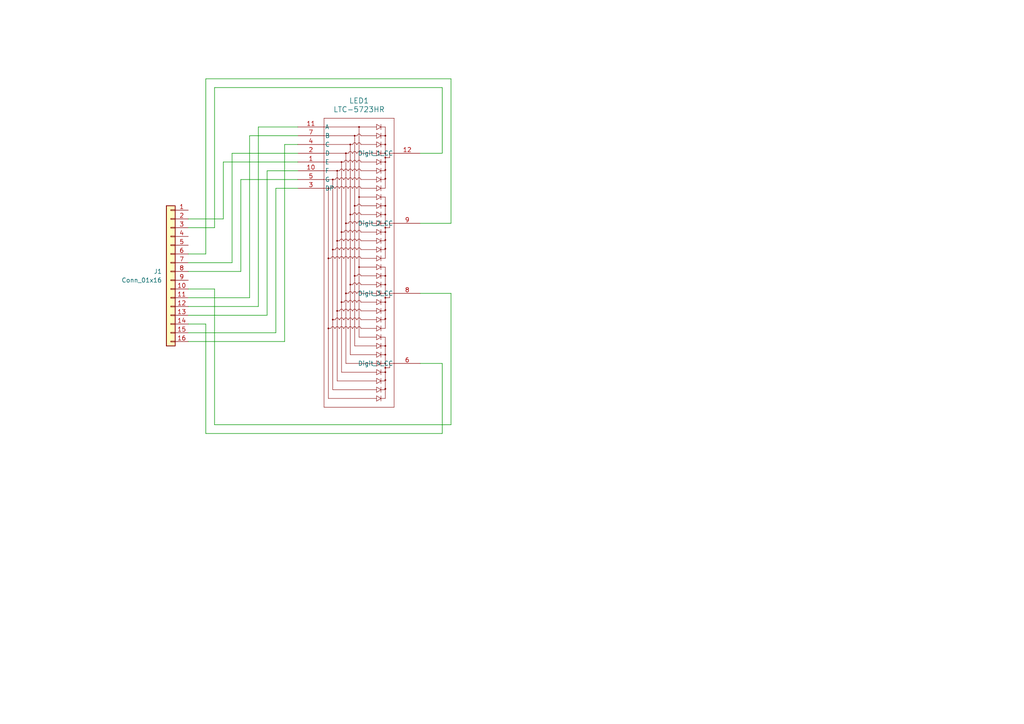
<source format=kicad_sch>
(kicad_sch (version 20231120) (generator "eeschema") (generator_version "8.0")
  (paper "A4")
  (lib_symbols
    (symbol "Connector_Generic:Conn_01x16" (pin_names (offset 1.016) hide)
      (property "Reference" "J" (at 0 20.32 0))
      (property "Value" "Conn_01x16" (at 0 -22.86 0))
      (symbol "Conn_01x16_1_1"
        (rectangle (start -1.27 -20.193) (end 0 -20.447) (stroke (width 0.1524)))
        (rectangle (start -1.27 -17.653) (end 0 -17.907) (stroke (width 0.1524)))
        (rectangle (start -1.27 -15.113) (end 0 -15.367) (stroke (width 0.1524)))
        (rectangle (start -1.27 -12.573) (end 0 -12.827) (stroke (width 0.1524)))
        (rectangle (start -1.27 -10.033) (end 0 -10.287) (stroke (width 0.1524)))
        (rectangle (start -1.27 -7.493) (end 0 -7.747) (stroke (width 0.1524)))
        (rectangle (start -1.27 -4.953) (end 0 -5.207) (stroke (width 0.1524)))
        (rectangle (start -1.27 -2.413) (end 0 -2.667) (stroke (width 0.1524)))
        (rectangle (start -1.27 0.127) (end 0 -0.127) (stroke (width 0.1524)))
        (rectangle (start -1.27 2.667) (end 0 2.413) (stroke (width 0.1524)))
        (rectangle (start -1.27 5.207) (end 0 4.953) (stroke (width 0.1524)))
        (rectangle (start -1.27 7.747) (end 0 7.493) (stroke (width 0.1524)))
        (rectangle (start -1.27 10.287) (end 0 10.033) (stroke (width 0.1524)))
        (rectangle (start -1.27 12.827) (end 0 12.573) (stroke (width 0.1524)))
        (rectangle (start -1.27 15.367) (end 0 15.113) (stroke (width 0.1524)))
        (rectangle (start -1.27 17.907) (end 0 17.653) (stroke (width 0.1524)))
        (rectangle (start -1.27 19.05) (end 1.27 -21.59) (stroke (width 0.254)) (fill (type background)))
        (pin passive line (at -5.08 17.78 0) (length 3.81) (name "Pin_1") (number "1"))
        (pin passive line (at -5.08 -5.08 0) (length 3.81) (name "Pin_10") (number "10"))
        (pin passive line (at -5.08 -7.62 0) (length 3.81) (name "Pin_11") (number "11"))
        (pin passive line (at -5.08 -10.16 0) (length 3.81) (name "Pin_12") (number "12"))
        (pin passive line (at -5.08 -12.7 0) (length 3.81) (name "Pin_13") (number "13"))
        (pin passive line (at -5.08 -15.24 0) (length 3.81) (name "Pin_14") (number "14"))
        (pin passive line (at -5.08 -17.78 0) (length 3.81) (name "Pin_15") (number "15"))
        (pin passive line (at -5.08 -20.32 0) (length 3.81) (name "Pin_16") (number "16"))
        (pin passive line (at -5.08 15.24 0) (length 3.81) (name "Pin_2") (number "2"))
        (pin passive line (at -5.08 12.7 0) (length 3.81) (name "Pin_3") (number "3"))
        (pin passive line (at -5.08 10.16 0) (length 3.81) (name "Pin_4") (number "4"))
        (pin passive line (at -5.08 7.62 0) (length 3.81) (name "Pin_5") (number "5"))
        (pin passive line (at -5.08 5.08 0) (length 3.81) (name "Pin_6") (number "6"))
        (pin passive line (at -5.08 2.54 0) (length 3.81) (name "Pin_7") (number "7"))
        (pin passive line (at -5.08 0 0) (length 3.81) (name "Pin_8") (number "8"))
        (pin passive line (at -5.08 -2.54 0) (length 3.81) (name "Pin_9") (number "9"))
      )
    )
    (symbol "gos:LTC-5723HR" (pin_names (offset 0.254))
      (property "Reference" "LED" (at 20.32 7.62 0))
      (property "Value" "LTC-5723HR" (at 20.32 5.08 0))
      (symbol "LTC-5723HR_0_1"
        (polyline (pts (xy 10.16 -81.28) (xy 30.48 -81.28)) (stroke (width 0.127)))
        (polyline (pts (xy 10.16 -17.78) (xy 12.192 -17.78)) (stroke (width 0.127)))
        (polyline (pts (xy 10.16 -15.24) (xy 13.462 -15.24)) (stroke (width 0.127)))
        (polyline (pts (xy 10.16 -10.16) (xy 16.002 -10.16)) (stroke (width 0.127)))
        (polyline (pts (xy 10.16 -7.62) (xy 17.272 -7.62)) (stroke (width 0.127)))
        (polyline (pts (xy 10.16 -2.54) (xy 19.812 -2.54)) (stroke (width 0.127)))
        (polyline (pts (xy 10.16 0) (xy 25.4 0)) (stroke (width 0.127)))
        (polyline (pts (xy 10.16 2.54) (xy 10.16 -81.28)) (stroke (width 0.127)))
        (polyline (pts (xy 11.43 -58.42) (xy 12.192 -58.42)) (stroke (width 0.127)))
        (polyline (pts (xy 11.43 -38.1) (xy 12.192 -38.1)) (stroke (width 0.127)))
        (polyline (pts (xy 11.43 -17.78) (xy 11.43 -78.74)) (stroke (width 0.127)))
        (polyline (pts (xy 12.7 -55.88) (xy 13.462 -55.88)) (stroke (width 0.127)))
        (polyline (pts (xy 12.7 -35.56) (xy 13.462 -35.56)) (stroke (width 0.127)))
        (polyline (pts (xy 12.7 -15.24) (xy 12.7 -76.2)) (stroke (width 0.127)))
        (polyline (pts (xy 13.462 -58.42) (xy 13.208 -58.42)) (stroke (width 0.127)))
        (polyline (pts (xy 13.462 -38.1) (xy 13.208 -38.1)) (stroke (width 0.127)))
        (polyline (pts (xy 13.462 -17.78) (xy 13.208 -17.78)) (stroke (width 0.127)))
        (polyline (pts (xy 13.97 -73.66) (xy 25.4 -73.66)) (stroke (width 0.127)))
        (polyline (pts (xy 13.97 -12.7) (xy 13.97 -73.66)) (stroke (width 0.127)))
        (polyline (pts (xy 14.732 -58.42) (xy 14.478 -58.42)) (stroke (width 0.127)))
        (polyline (pts (xy 14.732 -55.88) (xy 14.478 -55.88)) (stroke (width 0.127)))
        (polyline (pts (xy 14.732 -53.34) (xy 13.97 -53.34)) (stroke (width 0.127)))
        (polyline (pts (xy 14.732 -38.1) (xy 14.478 -38.1)) (stroke (width 0.127)))
        (polyline (pts (xy 14.732 -35.56) (xy 14.478 -35.56)) (stroke (width 0.127)))
        (polyline (pts (xy 14.732 -33.02) (xy 13.97 -33.02)) (stroke (width 0.127)))
        (polyline (pts (xy 14.732 -17.78) (xy 14.478 -17.78)) (stroke (width 0.127)))
        (polyline (pts (xy 14.732 -15.24) (xy 14.478 -15.24)) (stroke (width 0.127)))
        (polyline (pts (xy 14.732 -12.7) (xy 10.16 -12.7)) (stroke (width 0.127)))
        (polyline (pts (xy 15.24 -71.12) (xy 25.4 -71.12)) (stroke (width 0.127)))
        (polyline (pts (xy 15.24 -50.8) (xy 16.002 -50.8)) (stroke (width 0.127)))
        (polyline (pts (xy 15.24 -30.48) (xy 16.002 -30.48)) (stroke (width 0.127)))
        (polyline (pts (xy 15.24 -10.16) (xy 15.24 -71.12)) (stroke (width 0.127)))
        (polyline (pts (xy 16.002 -58.42) (xy 15.748 -58.42)) (stroke (width 0.127)))
        (polyline (pts (xy 16.002 -55.88) (xy 15.748 -55.88)) (stroke (width 0.127)))
        (polyline (pts (xy 16.002 -53.34) (xy 15.748 -53.34)) (stroke (width 0.127)))
        (polyline (pts (xy 16.002 -38.1) (xy 15.748 -38.1)) (stroke (width 0.127)))
        (polyline (pts (xy 16.002 -35.56) (xy 15.748 -35.56)) (stroke (width 0.127)))
        (polyline (pts (xy 16.002 -33.02) (xy 15.748 -33.02)) (stroke (width 0.127)))
        (polyline (pts (xy 16.002 -17.78) (xy 15.748 -17.78)) (stroke (width 0.127)))
        (polyline (pts (xy 16.002 -15.24) (xy 15.748 -15.24)) (stroke (width 0.127)))
        (polyline (pts (xy 16.002 -12.7) (xy 15.748 -12.7)) (stroke (width 0.127)))
        (polyline (pts (xy 16.51 -68.58) (xy 25.4 -68.58)) (stroke (width 0.127)))
        (polyline (pts (xy 16.51 -48.26) (xy 17.272 -48.26)) (stroke (width 0.127)))
        (polyline (pts (xy 16.51 -27.94) (xy 17.272 -27.94)) (stroke (width 0.127)))
        (polyline (pts (xy 16.51 -7.62) (xy 16.51 -68.58)) (stroke (width 0.127)))
        (polyline (pts (xy 17.272 -58.42) (xy 17.018 -58.42)) (stroke (width 0.127)))
        (polyline (pts (xy 17.272 -55.88) (xy 17.018 -55.88)) (stroke (width 0.127)))
        (polyline (pts (xy 17.272 -53.34) (xy 17.018 -53.34)) (stroke (width 0.127)))
        (polyline (pts (xy 17.272 -50.8) (xy 17.018 -50.8)) (stroke (width 0.127)))
        (polyline (pts (xy 17.272 -38.1) (xy 17.018 -38.1)) (stroke (width 0.127)))
        (polyline (pts (xy 17.272 -35.56) (xy 17.018 -35.56)) (stroke (width 0.127)))
        (polyline (pts (xy 17.272 -33.02) (xy 17.018 -33.02)) (stroke (width 0.127)))
        (polyline (pts (xy 17.272 -30.48) (xy 17.018 -30.48)) (stroke (width 0.127)))
        (polyline (pts (xy 17.272 -17.78) (xy 17.018 -17.78)) (stroke (width 0.127)))
        (polyline (pts (xy 17.272 -15.24) (xy 17.018 -15.24)) (stroke (width 0.127)))
        (polyline (pts (xy 17.272 -12.7) (xy 17.018 -12.7)) (stroke (width 0.127)))
        (polyline (pts (xy 17.272 -10.16) (xy 17.018 -10.16)) (stroke (width 0.127)))
        (polyline (pts (xy 17.78 -66.04) (xy 25.4 -66.04)) (stroke (width 0.127)))
        (polyline (pts (xy 17.78 -5.08) (xy 17.78 -66.04)) (stroke (width 0.127)))
        (polyline (pts (xy 18.542 -58.42) (xy 18.288 -58.42)) (stroke (width 0.127)))
        (polyline (pts (xy 18.542 -55.88) (xy 18.288 -55.88)) (stroke (width 0.127)))
        (polyline (pts (xy 18.542 -53.34) (xy 18.288 -53.34)) (stroke (width 0.127)))
        (polyline (pts (xy 18.542 -50.8) (xy 18.288 -50.8)) (stroke (width 0.127)))
        (polyline (pts (xy 18.542 -48.26) (xy 18.288 -48.26)) (stroke (width 0.127)))
        (polyline (pts (xy 18.542 -45.72) (xy 17.78 -45.72)) (stroke (width 0.127)))
        (polyline (pts (xy 18.542 -38.1) (xy 18.288 -38.1)) (stroke (width 0.127)))
        (polyline (pts (xy 18.542 -35.56) (xy 18.288 -35.56)) (stroke (width 0.127)))
        (polyline (pts (xy 18.542 -33.02) (xy 18.288 -33.02)) (stroke (width 0.127)))
        (polyline (pts (xy 18.542 -30.48) (xy 18.288 -30.48)) (stroke (width 0.127)))
        (polyline (pts (xy 18.542 -27.94) (xy 18.288 -27.94)) (stroke (width 0.127)))
        (polyline (pts (xy 18.542 -25.4) (xy 17.78 -25.4)) (stroke (width 0.127)))
        (polyline (pts (xy 18.542 -17.78) (xy 18.288 -17.78)) (stroke (width 0.127)))
        (polyline (pts (xy 18.542 -15.24) (xy 18.288 -15.24)) (stroke (width 0.127)))
        (polyline (pts (xy 18.542 -12.7) (xy 18.288 -12.7)) (stroke (width 0.127)))
        (polyline (pts (xy 18.542 -10.16) (xy 18.288 -10.16)) (stroke (width 0.127)))
        (polyline (pts (xy 18.542 -7.62) (xy 18.288 -7.62)) (stroke (width 0.127)))
        (polyline (pts (xy 18.542 -5.08) (xy 10.16 -5.08)) (stroke (width 0.127)))
        (polyline (pts (xy 19.05 -63.5) (xy 25.4 -63.5)) (stroke (width 0.127)))
        (polyline (pts (xy 19.05 -43.18) (xy 19.812 -43.18)) (stroke (width 0.127)))
        (polyline (pts (xy 19.05 -22.86) (xy 19.812 -22.86)) (stroke (width 0.127)))
        (polyline (pts (xy 19.05 -2.54) (xy 19.05 -63.5)) (stroke (width 0.127)))
        (polyline (pts (xy 19.812 -58.42) (xy 19.558 -58.42)) (stroke (width 0.127)))
        (polyline (pts (xy 19.812 -55.88) (xy 19.558 -55.88)) (stroke (width 0.127)))
        (polyline (pts (xy 19.812 -53.34) (xy 19.558 -53.34)) (stroke (width 0.127)))
        (polyline (pts (xy 19.812 -50.8) (xy 19.558 -50.8)) (stroke (width 0.127)))
        (polyline (pts (xy 19.812 -48.26) (xy 19.558 -48.26)) (stroke (width 0.127)))
        (polyline (pts (xy 19.812 -45.72) (xy 19.558 -45.72)) (stroke (width 0.127)))
        (polyline (pts (xy 19.812 -38.1) (xy 19.558 -38.1)) (stroke (width 0.127)))
        (polyline (pts (xy 19.812 -35.56) (xy 19.558 -35.56)) (stroke (width 0.127)))
        (polyline (pts (xy 19.812 -33.02) (xy 19.558 -33.02)) (stroke (width 0.127)))
        (polyline (pts (xy 19.812 -30.48) (xy 19.558 -30.48)) (stroke (width 0.127)))
        (polyline (pts (xy 19.812 -27.94) (xy 19.558 -27.94)) (stroke (width 0.127)))
        (polyline (pts (xy 19.812 -25.4) (xy 19.558 -25.4)) (stroke (width 0.127)))
        (polyline (pts (xy 19.812 -17.78) (xy 19.558 -17.78)) (stroke (width 0.127)))
        (polyline (pts (xy 19.812 -15.24) (xy 19.558 -15.24)) (stroke (width 0.127)))
        (polyline (pts (xy 19.812 -12.7) (xy 19.558 -12.7)) (stroke (width 0.127)))
        (polyline (pts (xy 19.812 -10.16) (xy 19.558 -10.16)) (stroke (width 0.127)))
        (polyline (pts (xy 19.812 -7.62) (xy 19.558 -7.62)) (stroke (width 0.127)))
        (polyline (pts (xy 19.812 -5.08) (xy 19.558 -5.08)) (stroke (width 0.127)))
        (polyline (pts (xy 20.32 -60.96) (xy 25.4 -60.96)) (stroke (width 0.127)))
        (polyline (pts (xy 20.32 -40.64) (xy 25.4 -40.64)) (stroke (width 0.127)))
        (polyline (pts (xy 20.32 -20.32) (xy 25.4 -20.32)) (stroke (width 0.127)))
        (polyline (pts (xy 20.32 0) (xy 20.32 -60.96)) (stroke (width 0.127)))
        (polyline (pts (xy 20.828 -53.34) (xy 25.4 -53.34)) (stroke (width 0.127)))
        (polyline (pts (xy 20.828 -50.8) (xy 25.4 -50.8)) (stroke (width 0.127)))
        (polyline (pts (xy 20.828 -48.26) (xy 25.4 -48.26)) (stroke (width 0.127)))
        (polyline (pts (xy 20.828 -45.72) (xy 25.4 -45.72)) (stroke (width 0.127)))
        (polyline (pts (xy 20.828 -43.18) (xy 25.4 -43.18)) (stroke (width 0.127)))
        (polyline (pts (xy 20.828 -33.02) (xy 25.4 -33.02)) (stroke (width 0.127)))
        (polyline (pts (xy 20.828 -30.48) (xy 25.4 -30.48)) (stroke (width 0.127)))
        (polyline (pts (xy 20.828 -27.94) (xy 25.4 -27.94)) (stroke (width 0.127)))
        (polyline (pts (xy 20.828 -25.4) (xy 25.4 -25.4)) (stroke (width 0.127)))
        (polyline (pts (xy 20.828 -22.86) (xy 25.4 -22.86)) (stroke (width 0.127)))
        (polyline (pts (xy 20.828 -12.7) (xy 25.4 -12.7)) (stroke (width 0.127)))
        (polyline (pts (xy 20.828 -10.16) (xy 25.4 -10.16)) (stroke (width 0.127)))
        (polyline (pts (xy 20.828 -7.62) (xy 25.4 -7.62)) (stroke (width 0.127)))
        (polyline (pts (xy 20.828 -5.08) (xy 25.4 -5.08)) (stroke (width 0.127)))
        (polyline (pts (xy 20.828 -2.54) (xy 25.4 -2.54)) (stroke (width 0.127)))
        (polyline (pts (xy 25.4 -79.502) (xy 25.4 -77.978)) (stroke (width 0.127)))
        (polyline (pts (xy 25.4 -78.74) (xy 11.43 -78.74)) (stroke (width 0.127)))
        (polyline (pts (xy 25.4 -77.978) (xy 26.67 -78.74)) (stroke (width 0.127)))
        (polyline (pts (xy 25.4 -76.962) (xy 25.4 -75.438)) (stroke (width 0.127)))
        (polyline (pts (xy 25.4 -76.2) (xy 12.7 -76.2)) (stroke (width 0.127)))
        (polyline (pts (xy 25.4 -75.438) (xy 26.67 -76.2)) (stroke (width 0.127)))
        (polyline (pts (xy 25.4 -74.422) (xy 25.4 -72.898)) (stroke (width 0.127)))
        (polyline (pts (xy 25.4 -72.898) (xy 26.67 -73.66)) (stroke (width 0.127)))
        (polyline (pts (xy 25.4 -71.882) (xy 25.4 -70.358)) (stroke (width 0.127)))
        (polyline (pts (xy 25.4 -70.358) (xy 26.67 -71.12)) (stroke (width 0.127)))
        (polyline (pts (xy 25.4 -69.342) (xy 25.4 -67.818)) (stroke (width 0.127)))
        (polyline (pts (xy 25.4 -67.818) (xy 26.67 -68.58)) (stroke (width 0.127)))
        (polyline (pts (xy 25.4 -66.802) (xy 25.4 -65.278)) (stroke (width 0.127)))
        (polyline (pts (xy 25.4 -65.278) (xy 26.67 -66.04)) (stroke (width 0.127)))
        (polyline (pts (xy 25.4 -64.262) (xy 25.4 -62.738)) (stroke (width 0.127)))
        (polyline (pts (xy 25.4 -62.738) (xy 26.67 -63.5)) (stroke (width 0.127)))
        (polyline (pts (xy 25.4 -61.722) (xy 25.4 -60.198)) (stroke (width 0.127)))
        (polyline (pts (xy 25.4 -60.198) (xy 26.67 -60.96)) (stroke (width 0.127)))
        (polyline (pts (xy 25.4 -59.182) (xy 25.4 -57.658)) (stroke (width 0.127)))
        (polyline (pts (xy 25.4 -58.42) (xy 20.828 -58.42)) (stroke (width 0.127)))
        (polyline (pts (xy 25.4 -57.658) (xy 26.67 -58.42)) (stroke (width 0.127)))
        (polyline (pts (xy 25.4 -56.642) (xy 25.4 -55.118)) (stroke (width 0.127)))
        (polyline (pts (xy 25.4 -55.88) (xy 20.828 -55.88)) (stroke (width 0.127)))
        (polyline (pts (xy 25.4 -55.118) (xy 26.67 -55.88)) (stroke (width 0.127)))
        (polyline (pts (xy 25.4 -54.102) (xy 25.4 -52.578)) (stroke (width 0.127)))
        (polyline (pts (xy 25.4 -52.578) (xy 26.67 -53.34)) (stroke (width 0.127)))
        (polyline (pts (xy 25.4 -51.562) (xy 25.4 -50.038)) (stroke (width 0.127)))
        (polyline (pts (xy 25.4 -50.038) (xy 26.67 -50.8)) (stroke (width 0.127)))
        (polyline (pts (xy 25.4 -49.022) (xy 25.4 -47.498)) (stroke (width 0.127)))
        (polyline (pts (xy 25.4 -47.498) (xy 26.67 -48.26)) (stroke (width 0.127)))
        (polyline (pts (xy 25.4 -46.482) (xy 25.4 -44.958)) (stroke (width 0.127)))
        (polyline (pts (xy 25.4 -44.958) (xy 26.67 -45.72)) (stroke (width 0.127)))
        (polyline (pts (xy 25.4 -43.942) (xy 25.4 -42.418)) (stroke (width 0.127)))
        (polyline (pts (xy 25.4 -42.418) (xy 26.67 -43.18)) (stroke (width 0.127)))
        (polyline (pts (xy 25.4 -41.402) (xy 25.4 -39.878)) (stroke (width 0.127)))
        (polyline (pts (xy 25.4 -39.878) (xy 26.67 -40.64)) (stroke (width 0.127)))
        (polyline (pts (xy 25.4 -38.862) (xy 25.4 -37.338)) (stroke (width 0.127)))
        (polyline (pts (xy 25.4 -38.1) (xy 20.828 -38.1)) (stroke (width 0.127)))
        (polyline (pts (xy 25.4 -37.338) (xy 26.67 -38.1)) (stroke (width 0.127)))
        (polyline (pts (xy 25.4 -36.322) (xy 25.4 -34.798)) (stroke (width 0.127)))
        (polyline (pts (xy 25.4 -35.56) (xy 20.828 -35.56)) (stroke (width 0.127)))
        (polyline (pts (xy 25.4 -34.798) (xy 26.67 -35.56)) (stroke (width 0.127)))
        (polyline (pts (xy 25.4 -33.782) (xy 25.4 -32.258)) (stroke (width 0.127)))
        (polyline (pts (xy 25.4 -32.258) (xy 26.67 -33.02)) (stroke (width 0.127)))
        (polyline (pts (xy 25.4 -31.242) (xy 25.4 -29.718)) (stroke (width 0.127)))
        (polyline (pts (xy 25.4 -29.718) (xy 26.67 -30.48)) (stroke (width 0.127)))
        (polyline (pts (xy 25.4 -28.702) (xy 25.4 -27.178)) (stroke (width 0.127)))
        (polyline (pts (xy 25.4 -27.178) (xy 26.67 -27.94)) (stroke (width 0.127)))
        (polyline (pts (xy 25.4 -26.162) (xy 25.4 -24.638)) (stroke (width 0.127)))
        (polyline (pts (xy 25.4 -24.638) (xy 26.67 -25.4)) (stroke (width 0.127)))
        (polyline (pts (xy 25.4 -23.622) (xy 25.4 -22.098)) (stroke (width 0.127)))
        (polyline (pts (xy 25.4 -22.098) (xy 26.67 -22.86)) (stroke (width 0.127)))
        (polyline (pts (xy 25.4 -21.082) (xy 25.4 -19.558)) (stroke (width 0.127)))
        (polyline (pts (xy 25.4 -19.558) (xy 26.67 -20.32)) (stroke (width 0.127)))
        (polyline (pts (xy 25.4 -18.542) (xy 25.4 -17.018)) (stroke (width 0.127)))
        (polyline (pts (xy 25.4 -17.78) (xy 20.828 -17.78)) (stroke (width 0.127)))
        (polyline (pts (xy 25.4 -17.018) (xy 26.67 -17.78)) (stroke (width 0.127)))
        (polyline (pts (xy 25.4 -16.002) (xy 25.4 -14.478)) (stroke (width 0.127)))
        (polyline (pts (xy 25.4 -15.24) (xy 20.828 -15.24)) (stroke (width 0.127)))
        (polyline (pts (xy 25.4 -14.478) (xy 26.67 -15.24)) (stroke (width 0.127)))
        (polyline (pts (xy 25.4 -13.462) (xy 25.4 -11.938)) (stroke (width 0.127)))
        (polyline (pts (xy 25.4 -11.938) (xy 26.67 -12.7)) (stroke (width 0.127)))
        (polyline (pts (xy 25.4 -10.922) (xy 25.4 -9.398)) (stroke (width 0.127)))
        (polyline (pts (xy 25.4 -9.398) (xy 26.67 -10.16)) (stroke (width 0.127)))
        (polyline (pts (xy 25.4 -8.382) (xy 25.4 -6.858)) (stroke (width 0.127)))
        (polyline (pts (xy 25.4 -6.858) (xy 26.67 -7.62)) (stroke (width 0.127)))
        (polyline (pts (xy 25.4 -5.842) (xy 25.4 -4.318)) (stroke (width 0.127)))
        (polyline (pts (xy 25.4 -4.318) (xy 26.67 -5.08)) (stroke (width 0.127)))
        (polyline (pts (xy 25.4 -3.302) (xy 25.4 -1.778)) (stroke (width 0.127)))
        (polyline (pts (xy 25.4 -1.778) (xy 26.67 -2.54)) (stroke (width 0.127)))
        (polyline (pts (xy 25.4 -0.762) (xy 25.4 0.762)) (stroke (width 0.127)))
        (polyline (pts (xy 25.4 0.762) (xy 26.67 0)) (stroke (width 0.127)))
        (polyline (pts (xy 26.67 -78.74) (xy 25.4 -79.502)) (stroke (width 0.127)))
        (polyline (pts (xy 26.67 -77.978) (xy 26.67 -79.502)) (stroke (width 0.127)))
        (polyline (pts (xy 26.67 -76.2) (xy 25.4 -76.962)) (stroke (width 0.127)))
        (polyline (pts (xy 26.67 -75.438) (xy 26.67 -76.962)) (stroke (width 0.127)))
        (polyline (pts (xy 26.67 -73.66) (xy 25.4 -74.422)) (stroke (width 0.127)))
        (polyline (pts (xy 26.67 -72.898) (xy 26.67 -74.422)) (stroke (width 0.127)))
        (polyline (pts (xy 26.67 -71.12) (xy 25.4 -71.882)) (stroke (width 0.127)))
        (polyline (pts (xy 26.67 -70.358) (xy 26.67 -71.882)) (stroke (width 0.127)))
        (polyline (pts (xy 26.67 -68.58) (xy 25.4 -69.342)) (stroke (width 0.127)))
        (polyline (pts (xy 26.67 -67.818) (xy 26.67 -69.342)) (stroke (width 0.127)))
        (polyline (pts (xy 26.67 -66.04) (xy 25.4 -66.802)) (stroke (width 0.127)))
        (polyline (pts (xy 26.67 -65.278) (xy 26.67 -66.802)) (stroke (width 0.127)))
        (polyline (pts (xy 26.67 -63.5) (xy 25.4 -64.262)) (stroke (width 0.127)))
        (polyline (pts (xy 26.67 -62.738) (xy 26.67 -64.262)) (stroke (width 0.127)))
        (polyline (pts (xy 26.67 -60.96) (xy 25.4 -61.722)) (stroke (width 0.127)))
        (polyline (pts (xy 26.67 -60.198) (xy 26.67 -61.722)) (stroke (width 0.127)))
        (polyline (pts (xy 26.67 -58.42) (xy 25.4 -59.182)) (stroke (width 0.127)))
        (polyline (pts (xy 26.67 -57.658) (xy 26.67 -59.182)) (stroke (width 0.127)))
        (polyline (pts (xy 26.67 -55.88) (xy 25.4 -56.642)) (stroke (width 0.127)))
        (polyline (pts (xy 26.67 -55.118) (xy 26.67 -56.642)) (stroke (width 0.127)))
        (polyline (pts (xy 26.67 -53.34) (xy 25.4 -54.102)) (stroke (width 0.127)))
        (polyline (pts (xy 26.67 -52.578) (xy 26.67 -54.102)) (stroke (width 0.127)))
        (polyline (pts (xy 26.67 -50.8) (xy 25.4 -51.562)) (stroke (width 0.127)))
        (polyline (pts (xy 26.67 -50.038) (xy 26.67 -51.562)) (stroke (width 0.127)))
        (polyline (pts (xy 26.67 -48.26) (xy 25.4 -49.022)) (stroke (width 0.127)))
        (polyline (pts (xy 26.67 -47.498) (xy 26.67 -49.022)) (stroke (width 0.127)))
        (polyline (pts (xy 26.67 -45.72) (xy 25.4 -46.482)) (stroke (width 0.127)))
        (polyline (pts (xy 26.67 -44.958) (xy 26.67 -46.482)) (stroke (width 0.127)))
        (polyline (pts (xy 26.67 -43.18) (xy 25.4 -43.942)) (stroke (width 0.127)))
        (polyline (pts (xy 26.67 -42.418) (xy 26.67 -43.942)) (stroke (width 0.127)))
        (polyline (pts (xy 26.67 -40.64) (xy 25.4 -41.402)) (stroke (width 0.127)))
        (polyline (pts (xy 26.67 -39.878) (xy 26.67 -41.402)) (stroke (width 0.127)))
        (polyline (pts (xy 26.67 -38.1) (xy 25.4 -38.862)) (stroke (width 0.127)))
        (polyline (pts (xy 26.67 -37.338) (xy 26.67 -38.862)) (stroke (width 0.127)))
        (polyline (pts (xy 26.67 -35.56) (xy 25.4 -36.322)) (stroke (width 0.127)))
        (polyline (pts (xy 26.67 -34.798) (xy 26.67 -36.322)) (stroke (width 0.127)))
        (polyline (pts (xy 26.67 -33.02) (xy 25.4 -33.782)) (stroke (width 0.127)))
        (polyline (pts (xy 26.67 -32.258) (xy 26.67 -33.782)) (stroke (width 0.127)))
        (polyline (pts (xy 26.67 -30.48) (xy 25.4 -31.242)) (stroke (width 0.127)))
        (polyline (pts (xy 26.67 -29.718) (xy 26.67 -31.242)) (stroke (width 0.127)))
        (polyline (pts (xy 26.67 -27.94) (xy 25.4 -28.702)) (stroke (width 0.127)))
        (polyline (pts (xy 26.67 -27.178) (xy 26.67 -28.702)) (stroke (width 0.127)))
        (polyline (pts (xy 26.67 -25.4) (xy 25.4 -26.162)) (stroke (width 0.127)))
        (polyline (pts (xy 26.67 -24.638) (xy 26.67 -26.162)) (stroke (width 0.127)))
        (polyline (pts (xy 26.67 -22.86) (xy 25.4 -23.622)) (stroke (width 0.127)))
        (polyline (pts (xy 26.67 -22.098) (xy 26.67 -23.622)) (stroke (width 0.127)))
        (polyline (pts (xy 26.67 -20.32) (xy 25.4 -21.082)) (stroke (width 0.127)))
        (polyline (pts (xy 26.67 -19.558) (xy 26.67 -21.082)) (stroke (width 0.127)))
        (polyline (pts (xy 26.67 -17.78) (xy 25.4 -18.542)) (stroke (width 0.127)))
        (polyline (pts (xy 26.67 -17.018) (xy 26.67 -18.542)) (stroke (width 0.127)))
        (polyline (pts (xy 26.67 -15.24) (xy 25.4 -16.002)) (stroke (width 0.127)))
        (polyline (pts (xy 26.67 -14.478) (xy 26.67 -16.002)) (stroke (width 0.127)))
        (polyline (pts (xy 26.67 -12.7) (xy 25.4 -13.462)) (stroke (width 0.127)))
        (polyline (pts (xy 26.67 -11.938) (xy 26.67 -13.462)) (stroke (width 0.127)))
        (polyline (pts (xy 26.67 -10.16) (xy 25.4 -10.922)) (stroke (width 0.127)))
        (polyline (pts (xy 26.67 -9.398) (xy 26.67 -10.922)) (stroke (width 0.127)))
        (polyline (pts (xy 26.67 -7.62) (xy 25.4 -8.382)) (stroke (width 0.127)))
        (polyline (pts (xy 26.67 -6.858) (xy 26.67 -8.382)) (stroke (width 0.127)))
        (polyline (pts (xy 26.67 -5.08) (xy 25.4 -5.842)) (stroke (width 0.127)))
        (polyline (pts (xy 26.67 -4.318) (xy 26.67 -5.842)) (stroke (width 0.127)))
        (polyline (pts (xy 26.67 -2.54) (xy 25.4 -3.302)) (stroke (width 0.127)))
        (polyline (pts (xy 26.67 -1.778) (xy 26.67 -3.302)) (stroke (width 0.127)))
        (polyline (pts (xy 26.67 0) (xy 25.4 -0.762)) (stroke (width 0.127)))
        (polyline (pts (xy 26.67 0.762) (xy 26.67 -0.762)) (stroke (width 0.127)))
        (polyline (pts (xy 27.94 -78.74) (xy 26.67 -78.74)) (stroke (width 0.127)))
        (polyline (pts (xy 27.94 -78.74) (xy 27.94 -60.96)) (stroke (width 0.127)))
        (polyline (pts (xy 27.94 -76.2) (xy 26.67 -76.2)) (stroke (width 0.127)))
        (polyline (pts (xy 27.94 -73.66) (xy 26.67 -73.66)) (stroke (width 0.127)))
        (polyline (pts (xy 27.94 -71.12) (xy 26.67 -71.12)) (stroke (width 0.127)))
        (polyline (pts (xy 27.94 -68.58) (xy 26.67 -68.58)) (stroke (width 0.127)))
        (polyline (pts (xy 27.94 -66.04) (xy 26.67 -66.04)) (stroke (width 0.127)))
        (polyline (pts (xy 27.94 -63.5) (xy 26.67 -63.5)) (stroke (width 0.127)))
        (polyline (pts (xy 27.94 -60.96) (xy 26.67 -60.96)) (stroke (width 0.127)))
        (polyline (pts (xy 27.94 -58.42) (xy 26.67 -58.42)) (stroke (width 0.127)))
        (polyline (pts (xy 27.94 -58.42) (xy 27.94 -40.64)) (stroke (width 0.127)))
        (polyline (pts (xy 27.94 -55.88) (xy 26.67 -55.88)) (stroke (width 0.127)))
        (polyline (pts (xy 27.94 -53.34) (xy 26.67 -53.34)) (stroke (width 0.127)))
        (polyline (pts (xy 27.94 -50.8) (xy 26.67 -50.8)) (stroke (width 0.127)))
        (polyline (pts (xy 27.94 -48.26) (xy 26.67 -48.26)) (stroke (width 0.127)))
        (polyline (pts (xy 27.94 -45.72) (xy 26.67 -45.72)) (stroke (width 0.127)))
        (polyline (pts (xy 27.94 -43.18) (xy 26.67 -43.18)) (stroke (width 0.127)))
        (polyline (pts (xy 27.94 -40.64) (xy 26.67 -40.64)) (stroke (width 0.127)))
        (polyline (pts (xy 27.94 -38.1) (xy 26.67 -38.1)) (stroke (width 0.127)))
        (polyline (pts (xy 27.94 -38.1) (xy 27.94 -20.32)) (stroke (width 0.127)))
        (polyline (pts (xy 27.94 -35.56) (xy 26.67 -35.56)) (stroke (width 0.127)))
        (polyline (pts (xy 27.94 -33.02) (xy 26.67 -33.02)) (stroke (width 0.127)))
        (polyline (pts (xy 27.94 -30.48) (xy 26.67 -30.48)) (stroke (width 0.127)))
        (polyline (pts (xy 27.94 -27.94) (xy 26.67 -27.94)) (stroke (width 0.127)))
        (polyline (pts (xy 27.94 -25.4) (xy 26.67 -25.4)) (stroke (width 0.127)))
        (polyline (pts (xy 27.94 -22.86) (xy 26.67 -22.86)) (stroke (width 0.127)))
        (polyline (pts (xy 27.94 -20.32) (xy 26.67 -20.32)) (stroke (width 0.127)))
        (polyline (pts (xy 27.94 -17.78) (xy 26.67 -17.78)) (stroke (width 0.127)))
        (polyline (pts (xy 27.94 -17.78) (xy 27.94 0)) (stroke (width 0.127)))
        (polyline (pts (xy 27.94 -15.24) (xy 26.67 -15.24)) (stroke (width 0.127)))
        (polyline (pts (xy 27.94 -12.7) (xy 26.67 -12.7)) (stroke (width 0.127)))
        (polyline (pts (xy 27.94 -10.16) (xy 26.67 -10.16)) (stroke (width 0.127)))
        (polyline (pts (xy 27.94 -7.62) (xy 26.67 -7.62)) (stroke (width 0.127)))
        (polyline (pts (xy 27.94 -5.08) (xy 26.67 -5.08)) (stroke (width 0.127)))
        (polyline (pts (xy 27.94 -2.54) (xy 26.67 -2.54)) (stroke (width 0.127)))
        (polyline (pts (xy 27.94 0) (xy 26.67 0)) (stroke (width 0.127)))
        (polyline (pts (xy 29.21 -69.85) (xy 27.94 -69.85)) (stroke (width 0.127)))
        (polyline (pts (xy 29.21 -68.58) (xy 29.21 -69.85)) (stroke (width 0.127)))
        (polyline (pts (xy 29.21 -49.53) (xy 27.94 -49.53)) (stroke (width 0.127)))
        (polyline (pts (xy 29.21 -48.26) (xy 29.21 -49.53)) (stroke (width 0.127)))
        (polyline (pts (xy 29.21 -29.21) (xy 27.94 -29.21)) (stroke (width 0.127)))
        (polyline (pts (xy 29.21 -27.94) (xy 29.21 -29.21)) (stroke (width 0.127)))
        (polyline (pts (xy 29.21 -8.89) (xy 27.94 -8.89)) (stroke (width 0.127)))
        (polyline (pts (xy 29.21 -7.62) (xy 29.21 -8.89)) (stroke (width 0.127)))
        (polyline (pts (xy 30.48 -81.28) (xy 30.48 2.54)) (stroke (width 0.127)))
        (polyline (pts (xy 30.48 -68.58) (xy 29.21 -68.58)) (stroke (width 0.127)))
        (polyline (pts (xy 30.48 -48.26) (xy 29.21 -48.26)) (stroke (width 0.127)))
        (polyline (pts (xy 30.48 -27.94) (xy 29.21 -27.94)) (stroke (width 0.127)))
        (polyline (pts (xy 30.48 -7.62) (xy 29.21 -7.62)) (stroke (width 0.127)))
        (polyline (pts (xy 30.48 2.54) (xy 10.16 2.54)) (stroke (width 0.127)))
        (circle (center 11.43 -58.42) (radius 0.127) (stroke (width 0.254)))
        (circle (center 11.43 -38.1) (radius 0.127) (stroke (width 0.254)))
        (circle (center 11.43 -17.78) (radius 0.127) (stroke (width 0.254)))
        (circle (center 12.7 -55.88) (radius 0.127) (stroke (width 0.254)))
        (circle (center 12.7 -35.56) (radius 0.127) (stroke (width 0.254)))
        (circle (center 12.7 -15.24) (radius 0.127) (stroke (width 0.254)))
        (arc (start 13.208 -58.42) (mid 12.7 -57.9142) (end 12.192 -58.42) (stroke (width 0.127)))
        (arc (start 13.208 -38.1) (mid 12.7 -37.5942) (end 12.192 -38.1) (stroke (width 0.127)))
        (arc (start 13.208 -17.78) (mid 12.7 -17.2742) (end 12.192 -17.78) (stroke (width 0.127)))
        (circle (center 13.97 -53.34) (radius 0.127) (stroke (width 0.254)))
        (circle (center 13.97 -33.02) (radius 0.127) (stroke (width 0.254)))
        (circle (center 13.97 -12.7) (radius 0.127) (stroke (width 0.254)))
        (arc (start 14.478 -58.42) (mid 13.97 -57.9142) (end 13.462 -58.42) (stroke (width 0.127)))
        (arc (start 14.478 -55.88) (mid 13.97 -55.3742) (end 13.462 -55.88) (stroke (width 0.127)))
        (arc (start 14.478 -38.1) (mid 13.97 -37.5942) (end 13.462 -38.1) (stroke (width 0.127)))
        (arc (start 14.478 -35.56) (mid 13.97 -35.0542) (end 13.462 -35.56) (stroke (width 0.127)))
        (arc (start 14.478 -17.78) (mid 13.97 -17.2742) (end 13.462 -17.78) (stroke (width 0.127)))
        (arc (start 14.478 -15.24) (mid 13.97 -14.7342) (end 13.462 -15.24) (stroke (width 0.127)))
        (circle (center 15.24 -50.8) (radius 0.127) (stroke (width 0.254)))
        (circle (center 15.24 -30.48) (radius 0.127) (stroke (width 0.254)))
        (circle (center 15.24 -10.16) (radius 0.127) (stroke (width 0.254)))
        (arc (start 15.748 -58.42) (mid 15.24 -57.9142) (end 14.732 -58.42) (stroke (width 0.127)))
        (arc (start 15.748 -55.88) (mid 15.24 -55.3742) (end 14.732 -55.88) (stroke (width 0.127)))
        (arc (start 15.748 -53.34) (mid 15.24 -52.8342) (end 14.732 -53.34) (stroke (width 0.127)))
        (arc (start 15.748 -38.1) (mid 15.24 -37.5942) (end 14.732 -38.1) (stroke (width 0.127)))
        (arc (start 15.748 -35.56) (mid 15.24 -35.0542) (end 14.732 -35.56) (stroke (width 0.127)))
        (arc (start 15.748 -33.02) (mid 15.24 -32.5142) (end 14.732 -33.02) (stroke (width 0.127)))
        (arc (start 15.748 -17.78) (mid 15.24 -17.2742) (end 14.732 -17.78) (stroke (width 0.127)))
        (arc (start 15.748 -15.24) (mid 15.24 -14.7342) (end 14.732 -15.24) (stroke (width 0.127)))
        (arc (start 15.748 -12.7) (mid 15.24 -12.1942) (end 14.732 -12.7) (stroke (width 0.127)))
        (circle (center 16.51 -48.26) (radius 0.127) (stroke (width 0.254)))
        (circle (center 16.51 -27.94) (radius 0.127) (stroke (width 0.254)))
        (circle (center 16.51 -7.62) (radius 0.127) (stroke (width 0.254)))
        (arc (start 17.018 -58.42) (mid 16.51 -57.9142) (end 16.002 -58.42) (stroke (width 0.127)))
        (arc (start 17.018 -55.88) (mid 16.51 -55.3742) (end 16.002 -55.88) (stroke (width 0.127)))
        (arc (start 17.018 -53.34) (mid 16.51 -52.8342) (end 16.002 -53.34) (stroke (width 0.127)))
        (arc (start 17.018 -50.8) (mid 16.51 -50.2942) (end 16.002 -50.8) (stroke (width 0.127)))
        (arc (start 17.018 -38.1) (mid 16.51 -37.5942) (end 16.002 -38.1) (stroke (width 0.127)))
        (arc (start 17.018 -35.56) (mid 16.51 -35.0542) (end 16.002 -35.56) (stroke (width 0.127)))
        (arc (start 17.018 -33.02) (mid 16.51 -32.5142) (end 16.002 -33.02) (stroke (width 0.127)))
        (arc (start 17.018 -30.48) (mid 16.51 -29.9742) (end 16.002 -30.48) (stroke (width 0.127)))
        (arc (start 17.018 -17.78) (mid 16.51 -17.2742) (end 16.002 -17.78) (stroke (width 0.127)))
        (arc (start 17.018 -15.24) (mid 16.51 -14.7342) (end 16.002 -15.24) (stroke (width 0.127)))
        (arc (start 17.018 -12.7) (mid 16.51 -12.1942) (end 16.002 -12.7) (stroke (width 0.127)))
        (arc (start 17.018 -10.16) (mid 16.51 -9.6542) (end 16.002 -10.16) (stroke (width 0.127)))
        (circle (center 17.78 -45.72) (radius 0.127) (stroke (width 0.254)))
        (circle (center 17.78 -25.4) (radius 0.127) (stroke (width 0.254)))
        (circle (center 17.78 -5.08) (radius 0.127) (stroke (width 0.254)))
        (arc (start 18.288 -58.42) (mid 17.78 -57.9142) (end 17.272 -58.42) (stroke (width 0.127)))
        (arc (start 18.288 -55.88) (mid 17.78 -55.3742) (end 17.272 -55.88) (stroke (width 0.127)))
        (arc (start 18.288 -53.34) (mid 17.78 -52.8342) (end 17.272 -53.34) (stroke (width 0.127)))
        (arc (start 18.288 -50.8) (mid 17.78 -50.2942) (end 17.272 -50.8) (stroke (width 0.127)))
        (arc (start 18.288 -48.26) (mid 17.78 -47.7542) (end 17.272 -48.26) (stroke (width 0.127)))
        (arc (start 18.288 -38.1) (mid 17.78 -37.5942) (end 17.272 -38.1) (stroke (width 0.127)))
        (arc (start 18.288 -35.56) (mid 17.78 -35.0542) (end 17.272 -35.56) (stroke (width 0.127)))
        (arc (start 18.288 -33.02) (mid 17.78 -32.5142) (end 17.272 -33.02) (stroke (width 0.127)))
        (arc (start 18.288 -30.48) (mid 17.78 -29.9742) (end 17.272 -30.48) (stroke (width 0.127)))
        (arc (start 18.288 -27.94) (mid 17.78 -27.4342) (end 17.272 -27.94) (stroke (width 0.127)))
        (arc (start 18.288 -17.78) (mid 17.78 -17.2742) (end 17.272 -17.78) (stroke (width 0.127)))
        (arc (start 18.288 -15.24) (mid 17.78 -14.7342) (end 17.272 -15.24) (stroke (width 0.127)))
        (arc (start 18.288 -12.7) (mid 17.78 -12.1942) (end 17.272 -12.7) (stroke (width 0.127)))
        (arc (start 18.288 -10.16) (mid 17.78 -9.6542) (end 17.272 -10.16) (stroke (width 0.127)))
        (arc (start 18.288 -7.62) (mid 17.78 -7.1142) (end 17.272 -7.62) (stroke (width 0.127)))
        (circle (center 19.05 -43.18) (radius 0.127) (stroke (width 0.254)))
        (circle (center 19.05 -22.86) (radius 0.127) (stroke (width 0.254)))
        (circle (center 19.05 -2.54) (radius 0.127) (stroke (width 0.254)))
        (arc (start 19.558 -58.42) (mid 19.05 -57.9142) (end 18.542 -58.42) (stroke (width 0.127)))
        (arc (start 19.558 -55.88) (mid 19.05 -55.3742) (end 18.542 -55.88) (stroke (width 0.127)))
        (arc (start 19.558 -53.34) (mid 19.05 -52.8342) (end 18.542 -53.34) (stroke (width 0.127)))
        (arc (start 19.558 -50.8) (mid 19.05 -50.2942) (end 18.542 -50.8) (stroke (width 0.127)))
        (arc (start 19.558 -48.26) (mid 19.05 -47.7542) (end 18.542 -48.26) (stroke (width 0.127)))
        (arc (start 19.558 -45.72) (mid 19.05 -45.2142) (end 18.542 -45.72) (stroke (width 0.127)))
        (arc (start 19.558 -38.1) (mid 19.05 -37.5942) (end 18.542 -38.1) (stroke (width 0.127)))
        (arc (start 19.558 -35.56) (mid 19.05 -35.0542) (end 18.542 -35.56) (stroke (width 0.127)))
        (arc (start 19.558 -33.02) (mid 19.05 -32.5142) (end 18.542 -33.02) (stroke (width 0.127)))
        (arc (start 19.558 -30.48) (mid 19.05 -29.9742) (end 18.542 -30.48) (stroke (width 0.127)))
        (arc (start 19.558 -27.94) (mid 19.05 -27.4342) (end 18.542 -27.94) (stroke (width 0.127)))
        (arc (start 19.558 -25.4) (mid 19.05 -24.8942) (end 18.542 -25.4) (stroke (width 0.127)))
        (arc (start 19.558 -17.78) (mid 19.05 -17.2742) (end 18.542 -17.78) (stroke (width 0.127)))
        (arc (start 19.558 -15.24) (mid 19.05 -14.7342) (end 18.542 -15.24) (stroke (width 0.127)))
        (arc (start 19.558 -12.7) (mid 19.05 -12.1942) (end 18.542 -12.7) (stroke (width 0.127)))
        (arc (start 19.558 -10.16) (mid 19.05 -9.6542) (end 18.542 -10.16) (stroke (width 0.127)))
        (arc (start 19.558 -7.62) (mid 19.05 -7.1142) (end 18.542 -7.62) (stroke (width 0.127)))
        (arc (start 19.558 -5.08) (mid 19.05 -4.5742) (end 18.542 -5.08) (stroke (width 0.127)))
        (circle (center 20.32 -40.64) (radius 0.127) (stroke (width 0.254)))
        (circle (center 20.32 -20.32) (radius 0.127) (stroke (width 0.254)))
        (circle (center 20.32 0) (radius 0.127) (stroke (width 0.254)))
        (arc (start 20.828 -58.42) (mid 20.32 -57.9142) (end 19.812 -58.42) (stroke (width 0.127)))
        (arc (start 20.828 -55.88) (mid 20.32 -55.3742) (end 19.812 -55.88) (stroke (width 0.127)))
        (arc (start 20.828 -53.34) (mid 20.32 -52.8342) (end 19.812 -53.34) (stroke (width 0.127)))
        (arc (start 20.828 -50.8) (mid 20.32 -50.2942) (end 19.812 -50.8) (stroke (width 0.127)))
        (arc (start 20.828 -48.26) (mid 20.32 -47.7542) (end 19.812 -48.26) (stroke (width 0.127)))
        (arc (start 20.828 -45.72) (mid 20.32 -45.2142) (end 19.812 -45.72) (stroke (width 0.127)))
        (arc (start 20.828 -43.18) (mid 20.32 -42.6742) (end 19.812 -43.18) (stroke (width 0.127)))
        (arc (start 20.828 -38.1) (mid 20.32 -37.5942) (end 19.812 -38.1) (stroke (width 0.127)))
        (arc (start 20.828 -35.56) (mid 20.32 -35.0542) (end 19.812 -35.56) (stroke (width 0.127)))
        (arc (start 20.828 -33.02) (mid 20.32 -32.5142) (end 19.812 -33.02) (stroke (width 0.127)))
        (arc (start 20.828 -30.48) (mid 20.32 -29.9742) (end 19.812 -30.48) (stroke (width 0.127)))
        (arc (start 20.828 -27.94) (mid 20.32 -27.4342) (end 19.812 -27.94) (stroke (width 0.127)))
        (arc (start 20.828 -25.4) (mid 20.32 -24.8942) (end 19.812 -25.4) (stroke (width 0.127)))
        (arc (start 20.828 -22.86) (mid 20.32 -22.3542) (end 19.812 -22.86) (stroke (width 0.127)))
        (arc (start 20.828 -17.78) (mid 20.32 -17.2742) (end 19.812 -17.78) (stroke (width 0.127)))
        (arc (start 20.828 -15.24) (mid 20.32 -14.7342) (end 19.812 -15.24) (stroke (width 0.127)))
        (arc (start 20.828 -12.7) (mid 20.32 -12.1942) (end 19.812 -12.7) (stroke (width 0.127)))
        (arc (start 20.828 -10.16) (mid 20.32 -9.6542) (end 19.812 -10.16) (stroke (width 0.127)))
        (arc (start 20.828 -7.62) (mid 20.32 -7.1142) (end 19.812 -7.62) (stroke (width 0.127)))
        (arc (start 20.828 -5.08) (mid 20.32 -4.5742) (end 19.812 -5.08) (stroke (width 0.127)))
        (arc (start 20.828 -2.54) (mid 20.32 -2.0342) (end 19.812 -2.54) (stroke (width 0.127)))
        (circle (center 27.94 -75.946) (radius 0.127) (stroke (width 0.254)))
        (circle (center 27.94 -73.406) (radius 0.127) (stroke (width 0.254)))
        (circle (center 27.94 -71.12) (radius 0.127) (stroke (width 0.254)))
        (circle (center 27.94 -69.85) (radius 0.127) (stroke (width 0.254)))
        (circle (center 27.94 -68.58) (radius 0.127) (stroke (width 0.254)))
        (circle (center 27.94 -66.04) (radius 0.127) (stroke (width 0.254)))
        (circle (center 27.94 -63.5) (radius 0.127) (stroke (width 0.254)))
        (circle (center 27.94 -55.626) (radius 0.127) (stroke (width 0.254)))
        (circle (center 27.94 -53.086) (radius 0.127) (stroke (width 0.254)))
        (circle (center 27.94 -50.8) (radius 0.127) (stroke (width 0.254)))
        (circle (center 27.94 -49.53) (radius 0.127) (stroke (width 0.254)))
        (circle (center 27.94 -48.26) (radius 0.127) (stroke (width 0.254)))
        (circle (center 27.94 -45.72) (radius 0.127) (stroke (width 0.254)))
        (circle (center 27.94 -43.18) (radius 0.127) (stroke (width 0.254)))
        (circle (center 27.94 -35.306) (radius 0.127) (stroke (width 0.254)))
        (circle (center 27.94 -32.766) (radius 0.127) (stroke (width 0.254)))
        (circle (center 27.94 -30.48) (radius 0.127) (stroke (width 0.254)))
        (circle (center 27.94 -29.21) (radius 0.127) (stroke (width 0.254)))
        (circle (center 27.94 -27.94) (radius 0.127) (stroke (width 0.254)))
        (circle (center 27.94 -25.4) (radius 0.127) (stroke (width 0.254)))
        (circle (center 27.94 -22.86) (radius 0.127) (stroke (width 0.254)))
        (circle (center 27.94 -14.986) (radius 0.127) (stroke (width 0.254)))
        (circle (center 27.94 -12.446) (radius 0.127) (stroke (width 0.254)))
        (circle (center 27.94 -10.16) (radius 0.127) (stroke (width 0.254)))
        (circle (center 27.94 -8.89) (radius 0.127) (stroke (width 0.254)))
        (circle (center 27.94 -7.62) (radius 0.127) (stroke (width 0.254)))
        (circle (center 27.94 -5.08) (radius 0.127) (stroke (width 0.254)))
        (circle (center 27.94 -2.54) (radius 0.127) (stroke (width 0.254)))
      )
      (symbol "LTC-5723HR_1_1"
        (pin unspecified line (at 2.54 -10.16 0) (length 7.62) (name "E") (number "1"))
        (pin unspecified line (at 2.54 -12.7 0) (length 7.62) (name "F") (number "10"))
        (pin unspecified line (at 2.54 0 0) (length 7.62) (name "A") (number "11"))
        (pin power_in line (at 38.1 -7.62 180) (length 7.62) (name "Digit_1_CC") (number "12"))
        (pin unspecified line (at 2.54 -7.62 0) (length 7.62) (name "D") (number "2"))
        (pin unspecified line (at 2.54 -17.78 0) (length 7.62) (name "DP") (number "3"))
        (pin unspecified line (at 2.54 -5.08 0) (length 7.62) (name "C") (number "4"))
        (pin unspecified line (at 2.54 -15.24 0) (length 7.62) (name "G") (number "5"))
        (pin power_in line (at 38.1 -68.58 180) (length 7.62) (name "Digit_4_CC") (number "6"))
        (pin unspecified line (at 2.54 -2.54 0) (length 7.62) (name "B") (number "7"))
        (pin power_in line (at 38.1 -48.26 180) (length 7.62) (name "Digit_3_CC") (number "8"))
        (pin power_in line (at 38.1 -27.94 180) (length 7.62) (name "Digit_2_CC") (number "9"))
      )
    )
  )
  (wire (pts (xy 128.27 125.73) (xy 128.27 105.41)))
  (wire (pts (xy 54.61 99.06) (xy 82.55 99.06)))
  (wire (pts (xy 62.23 123.19) (xy 130.81 123.19)))
  (wire (pts (xy 54.61 76.2) (xy 67.31 76.2)))
  (wire (pts (xy 130.81 64.77) (xy 121.92 64.77)))
  (wire (pts (xy 72.39 39.37) (xy 86.36 39.37)))
  (wire (pts (xy 54.61 83.82) (xy 62.23 83.82)))
  (wire (pts (xy 54.61 96.52) (xy 80.01 96.52)))
  (wire (pts (xy 74.93 36.83) (xy 86.36 36.83)))
  (wire (pts (xy 74.93 88.9) (xy 74.93 36.83)))
  (wire (pts (xy 77.47 91.44) (xy 77.47 49.53)))
  (wire (pts (xy 62.23 25.4) (xy 128.27 25.4)))
  (wire (pts (xy 64.77 63.5) (xy 54.61 63.5)))
  (wire (pts (xy 86.36 46.99) (xy 64.77 46.99)))
  (wire (pts (xy 54.61 93.98) (xy 59.69 93.98)))
  (wire (pts (xy 59.69 125.73) (xy 128.27 125.73)))
  (wire (pts (xy 128.27 44.45) (xy 121.92 44.45)))
  (wire (pts (xy 67.31 44.45) (xy 86.36 44.45)))
  (wire (pts (xy 130.81 123.19) (xy 130.81 85.09)))
  (wire (pts (xy 80.01 54.61) (xy 86.36 54.61)))
  (wire (pts (xy 128.27 105.41) (xy 121.92 105.41)))
  (wire (pts (xy 59.69 73.66) (xy 59.69 22.86)))
  (wire (pts (xy 64.77 46.99) (xy 64.77 63.5)))
  (wire (pts (xy 72.39 86.36) (xy 72.39 39.37)))
  (wire (pts (xy 62.23 66.04) (xy 62.23 25.4)))
  (wire (pts (xy 69.85 52.07) (xy 86.36 52.07)))
  (wire (pts (xy 54.61 88.9) (xy 74.93 88.9)))
  (wire (pts (xy 54.61 78.74) (xy 69.85 78.74)))
  (wire (pts (xy 130.81 22.86) (xy 130.81 64.77)))
  (wire (pts (xy 80.01 96.52) (xy 80.01 54.61)))
  (wire (pts (xy 54.61 73.66) (xy 59.69 73.66)))
  (wire (pts (xy 69.85 78.74) (xy 69.85 52.07)))
  (wire (pts (xy 67.31 76.2) (xy 67.31 44.45)))
  (wire (pts (xy 54.61 86.36) (xy 72.39 86.36)))
  (wire (pts (xy 54.61 66.04) (xy 62.23 66.04)))
  (wire (pts (xy 128.27 25.4) (xy 128.27 44.45)))
  (wire (pts (xy 82.55 41.91) (xy 86.36 41.91)))
  (wire (pts (xy 59.69 93.98) (xy 59.69 125.73)))
  (wire (pts (xy 77.47 49.53) (xy 86.36 49.53)))
  (wire (pts (xy 54.61 91.44) (xy 77.47 91.44)))
  (wire (pts (xy 62.23 83.82) (xy 62.23 123.19)))
  (wire (pts (xy 82.55 99.06) (xy 82.55 41.91)))
  (wire (pts (xy 130.81 85.09) (xy 121.92 85.09)))
  (wire (pts (xy 59.69 22.86) (xy 130.81 22.86)))
  (symbol (lib_id "Connector_Generic:Conn_01x16") (at 49.53 78.74 0) (mirror y) (unit 1)
    (property "Reference" "J1" (at 46.99 78.7399 0) (effects (justify left)))
    (property "Value" "Conn_01x16" (at 46.99 81.2799 0) (effects (justify left)))
    (property "Footprint" "Connector_PinHeader_2.54mm:PinHeader_1x16_P2.54mm_Vertical" (effects (hide yes)))
    (property "Description" "Generic connector, single row, 01x16, script generated (kicad-library-utils/schlib/autogen/connector/)" (effects (hide yes)))
  )
  (symbol (lib_id "gos:LTC-5723HR") (at 83.82 36.83 0) (unit 1)
    (property "Reference" "LED1" (at 104.14 29.21 0) (effects (font (size 1.524 1.524))))
    (property "Value" "LTC-5723HR" (at 104.14 31.75 0) (effects (font (size 1.524 1.524))))
    (property "Footprint" "gos:LTC-5723HR_LTO" (effects (hide yes)))
    (property "Datasheet" "https://www.kingbrightusa.com/images/catalog/SPEC/CA56-12EWA.pdf" (effects (hide yes)))
  )
)
</source>
